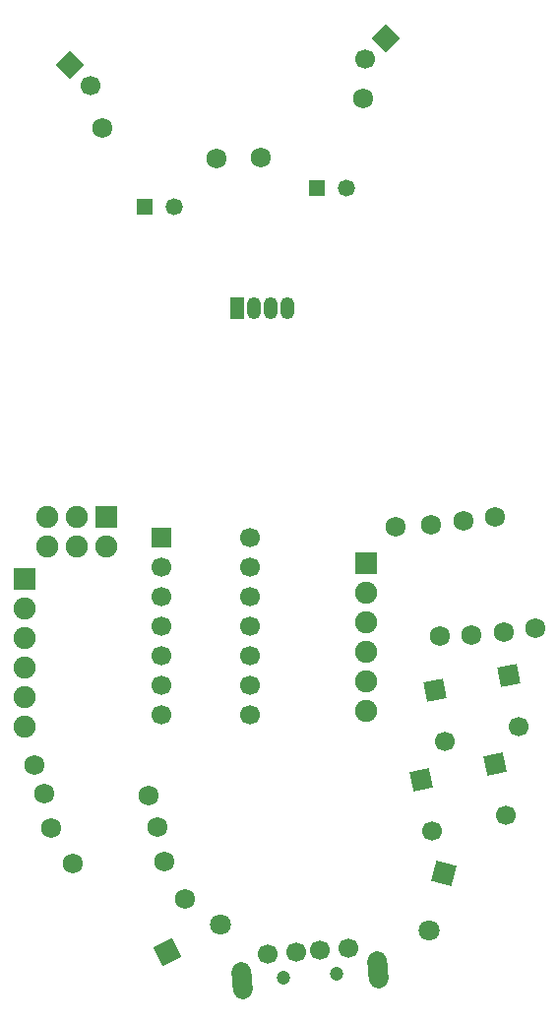
<source format=gbr>
G04 DipTrace 3.3.1.3*
G04 TopMask.gbr*
%MOIN*%
G04 #@! TF.FileFunction,Soldermask,Top*
G04 #@! TF.Part,Single*
%AMOUTLINE1*
4,1,4,
0.0434,0.025058,
0.025058,-0.0434,
-0.0434,-0.025058,
-0.025058,0.0434,
0.0434,0.025058,
0*%
%AMOUTLINE4*
4,1,4,
-0.047638,0.015558,
0.015558,0.047638,
0.047638,-0.015558,
-0.015558,-0.047638,
-0.047638,0.015558,
0*%
%AMOUTLINE7*
4,1,4,
0.0,-0.047331,
-0.047331,0.0,
0.0,0.047331,
0.047331,0.0,
0.0,-0.047331,
0*%
%AMOUTLINE10*
4,1,4,
-0.047331,0.0,
0.0,0.047331,
0.047331,0.0,
0.0,-0.047331,
-0.047331,0.0,
0*%
%AMOUTLINE13*
4,1,4,
-0.02656,-0.039175,
-0.039175,0.02656,
0.02656,0.039175,
0.039175,-0.02656,
-0.02656,-0.039175,
0*%
%AMOUTLINE16*
4,1,4,
-0.025791,-0.039687,
-0.039687,0.025791,
0.025791,0.039687,
0.039687,-0.025791,
-0.025791,-0.039687,
0*%
%AMOUTLINE19*
4,1,16,
-0.030887,-0.032624,
-0.026513,-0.046432,
-0.01627,-0.057306,
-0.002321,-0.062658,
0.012567,-0.061429,
0.025448,-0.053862,
0.03377,-0.041454,
0.03582,-0.027116,
0.030887,0.032624,
0.026513,0.046432,
0.01627,0.057306,
0.002321,0.062658,
-0.012567,0.061429,
-0.025448,0.053862,
-0.03377,0.041454,
-0.03582,0.027116,
-0.030887,-0.032624,
0*%
%ADD36C,0.047244*%
%ADD51R,0.066935X0.066935*%
%ADD53C,0.066935*%
%ADD57C,0.06788*%
%ADD59C,0.06788*%
%ADD61C,0.074809*%
%ADD63R,0.074809X0.074809*%
%ADD65C,0.066935*%
%ADD67R,0.049219X0.074809*%
%ADD69O,0.049219X0.074809*%
%ADD71R,0.05788X0.05788*%
%ADD73C,0.05788*%
%ADD75C,0.070872*%
%ADD87OUTLINE1*%
%ADD90OUTLINE4*%
%ADD93OUTLINE7*%
%ADD96OUTLINE10*%
%ADD99OUTLINE13*%
%ADD102OUTLINE16*%
%ADD105OUTLINE19*%
%FSLAX26Y26*%
G04*
G70*
G90*
G75*
G01*
G04 TopMask*
%LPD*%
D75*
X1906565Y687117D3*
D87*
X1958329Y880304D3*
D75*
X1200831Y704167D3*
D90*
X1022493Y613637D3*
D73*
X1042791Y3136704D3*
D71*
X942791D3*
D73*
X1629321Y3198396D3*
D71*
X1529321D3*
D69*
X1426973Y2791284D3*
X1314473D3*
D67*
X1258224D3*
D69*
X1370724D3*
D93*
X690183Y3615082D3*
D65*
X760894Y3544371D3*
D96*
X1760280Y3705251D3*
D65*
X1689569Y3634540D3*
D63*
X1694146Y1928154D3*
D61*
Y1828154D3*
Y1728154D3*
Y1628154D3*
Y1528154D3*
Y1428154D3*
D63*
X536956Y1874575D3*
D61*
Y1774575D3*
Y1674575D3*
Y1574575D3*
Y1474575D3*
Y1374575D3*
D63*
X813393Y2085283D3*
D61*
Y1985283D3*
X713393Y2085283D3*
Y1985283D3*
X613393Y2085283D3*
Y1985283D3*
D59*
X1188333Y3297645D3*
D57*
X801962Y3401172D3*
D59*
X1338317Y3303894D3*
D57*
X1684726Y3503894D3*
D59*
X988354Y1035382D3*
D57*
X604464Y1147758D3*
D59*
X1794519Y2054025D3*
D57*
X1944419Y1683175D3*
D59*
X1082094Y791658D3*
D57*
X700650Y912078D3*
D59*
X1010760Y919497D3*
D57*
X627157Y1032843D3*
D59*
X957107Y1141621D3*
D57*
X570852Y1245582D3*
D59*
X2131983Y2085272D3*
D57*
X2268792Y1709396D3*
D59*
X2025745Y2072773D3*
D57*
X2162553Y1696897D3*
D59*
X1913256Y2060275D3*
D57*
X2050065Y1684398D3*
D99*
X1926507Y1500305D3*
D53*
X1959898Y1326315D3*
X2211217Y1374547D3*
D99*
X2177826Y1548537D3*
D102*
X1879915Y1195249D3*
D53*
X1916693Y1021943D3*
X2167024Y1075069D3*
D102*
X2130245Y1248375D3*
D51*
X1000852Y2016529D3*
D65*
Y1916529D3*
Y1816529D3*
Y1716529D3*
Y1616529D3*
Y1516529D3*
Y1416529D3*
X1300852D3*
Y1516529D3*
Y1616529D3*
Y1716529D3*
Y1816529D3*
Y1916529D3*
Y2016529D3*
X1458266Y612444D3*
X1536739Y618925D3*
X1634830Y627023D3*
X1360175Y604346D3*
D105*
X1274772Y514335D3*
X1733839Y552240D3*
D36*
X1594550Y540740D3*
X1414062Y525837D3*
M02*

</source>
